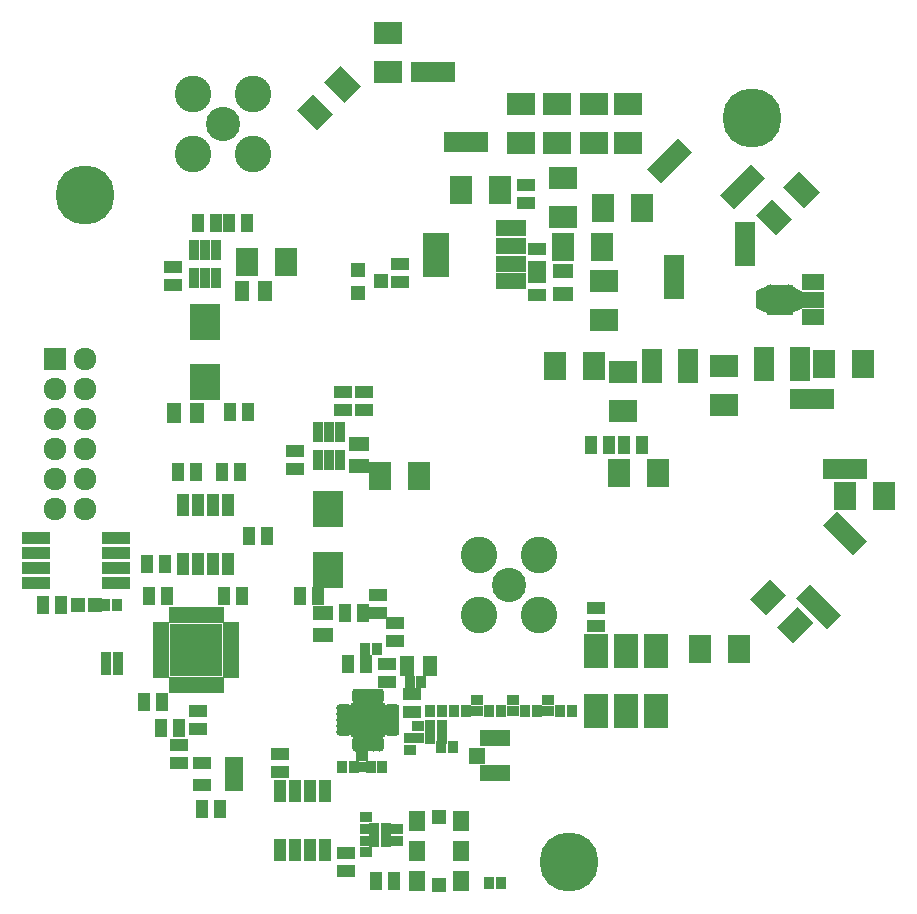
<source format=gts>
G04 #@! TF.FileFunction,Soldermask,Top*
%FSLAX46Y46*%
G04 Gerber Fmt 4.6, Leading zero omitted, Abs format (unit mm)*
G04 Created by KiCad (PCBNEW 4.0.7) date 06/12/18 23:46:00*
%MOMM*%
%LPD*%
G01*
G04 APERTURE LIST*
%ADD10C,0.100000*%
%ADD11R,1.924000X2.432000*%
%ADD12R,0.900000X1.700000*%
%ADD13R,1.000000X0.900000*%
%ADD14R,1.035000X1.543000*%
%ADD15R,1.543000X1.035000*%
%ADD16R,4.400000X4.400000*%
%ADD17C,1.000000*%
%ADD18R,0.650000X1.450000*%
%ADD19R,1.450000X0.650000*%
%ADD20R,1.797000X1.289000*%
%ADD21R,2.432000X1.924000*%
%ADD22R,1.670000X3.700000*%
%ADD23R,1.900000X1.400000*%
%ADD24R,2.200000X1.400000*%
%ADD25R,2.240000X2.600000*%
%ADD26R,1.670000X2.940000*%
%ADD27R,1.000000X1.900000*%
%ADD28R,2.600000X1.400000*%
%ADD29R,2.200000X3.800000*%
%ADD30R,1.924000X1.924000*%
%ADD31C,1.924000*%
%ADD32C,2.900000*%
%ADD33C,3.100000*%
%ADD34R,1.300000X1.200000*%
%ADD35R,2.600000X3.100000*%
%ADD36R,0.900000X1.000000*%
%ADD37R,3.000000X3.000000*%
%ADD38O,1.300000X0.650000*%
%ADD39O,0.650000X1.300000*%
%ADD40R,1.289000X1.797000*%
%ADD41R,3.700000X1.670000*%
%ADD42R,1.197560X1.197560*%
%ADD43R,1.500000X1.000000*%
%ADD44R,1.400000X1.800000*%
%ADD45R,1.200000X1.200000*%
%ADD46R,2.050000X2.940000*%
%ADD47R,2.600000X1.450000*%
%ADD48R,1.450000X1.400000*%
%ADD49R,2.400000X1.000000*%
%ADD50C,5.000000*%
G04 APERTURE END LIST*
D10*
G36*
X181846949Y-125242174D02*
X179230654Y-122625879D01*
X180411523Y-121445010D01*
X183027818Y-124061305D01*
X181846949Y-125242174D01*
X181846949Y-125242174D01*
G37*
G36*
X184088477Y-119054990D02*
X181472182Y-116438695D01*
X182653051Y-115257826D01*
X185269346Y-117874121D01*
X184088477Y-119054990D01*
X184088477Y-119054990D01*
G37*
D11*
X186651000Y-114000000D03*
X183349000Y-114000000D03*
D12*
X138750000Y-108600000D03*
X138750000Y-111000000D03*
X139700000Y-108600000D03*
X139700000Y-111000000D03*
X140650000Y-108600000D03*
X140650000Y-111000000D03*
D13*
X142500000Y-137000000D03*
X142500000Y-136000000D03*
D14*
X132274000Y-122500000D03*
X130750000Y-122500000D03*
D15*
X128600000Y-133724000D03*
X128600000Y-132200000D03*
D14*
X123988000Y-131500000D03*
X125512000Y-131500000D03*
X124476000Y-122500000D03*
X126000000Y-122500000D03*
D16*
X128451185Y-127048815D03*
D17*
X126951185Y-128548815D03*
X128451185Y-128548815D03*
X129951185Y-128548815D03*
X126951185Y-127048815D03*
X128451185Y-127048815D03*
X129951185Y-127048815D03*
X126951185Y-125548815D03*
X128451185Y-125548815D03*
X129951185Y-125548815D03*
D18*
X126451185Y-130023815D03*
X126951185Y-130023815D03*
X127451185Y-130023815D03*
X127951185Y-130023815D03*
X128451185Y-130023815D03*
X128951185Y-130023815D03*
X129451185Y-130023815D03*
X129951185Y-130023815D03*
X130451185Y-130023815D03*
D19*
X131426185Y-129048815D03*
X131426185Y-128548815D03*
X131426185Y-128048815D03*
X131426185Y-127548815D03*
X131426185Y-127048815D03*
X131426185Y-126548815D03*
X131426185Y-126048815D03*
X131426185Y-125548815D03*
X131426185Y-125048815D03*
D18*
X130451185Y-124073815D03*
X129951185Y-124073815D03*
X129451185Y-124073815D03*
X128951185Y-124073815D03*
X128451185Y-124073815D03*
X127951185Y-124073815D03*
X127451185Y-124073815D03*
X126951185Y-124073815D03*
X126451185Y-124073815D03*
D19*
X125476185Y-125048815D03*
X125476185Y-125548815D03*
X125476185Y-126048815D03*
X125476185Y-126548815D03*
X125476185Y-127048815D03*
X125476185Y-127548815D03*
X125476185Y-128048815D03*
X125476185Y-128548815D03*
X125476185Y-129048815D03*
D14*
X125774000Y-119750000D03*
X124250000Y-119750000D03*
D11*
X154200000Y-88100000D03*
X150898000Y-88100000D03*
D15*
X156400000Y-89224000D03*
X156400000Y-87700000D03*
D20*
X159500000Y-94995000D03*
X159500000Y-96900000D03*
D11*
X164200000Y-112100000D03*
X167502000Y-112100000D03*
X162152000Y-103050000D03*
X158850000Y-103050000D03*
D21*
X159500000Y-87100000D03*
X159500000Y-90402000D03*
D11*
X166151000Y-89600000D03*
X162849000Y-89600000D03*
D21*
X173100000Y-102998000D03*
X173100000Y-106300000D03*
D10*
G36*
X176592174Y-87103051D02*
X173975879Y-89719346D01*
X172795010Y-88538477D01*
X175411305Y-85922182D01*
X176592174Y-87103051D01*
X176592174Y-87103051D01*
G37*
G36*
X170404990Y-84861523D02*
X167788695Y-87477818D01*
X166607826Y-86296949D01*
X169224121Y-83680654D01*
X170404990Y-84861523D01*
X170404990Y-84861523D01*
G37*
D22*
X168920000Y-95495000D03*
X174880000Y-92705000D03*
D10*
G36*
X177124500Y-98700000D02*
X175874500Y-98100000D01*
X175874500Y-96700000D01*
X177124500Y-96100000D01*
X177124500Y-98700000D01*
X177124500Y-98700000D01*
G37*
D23*
X180646500Y-98900000D03*
D24*
X180500000Y-97400000D03*
D23*
X180646500Y-95900000D03*
D25*
X177833000Y-97400000D03*
D10*
G36*
X178542700Y-96100000D02*
X179942700Y-96800000D01*
X179942700Y-98000000D01*
X178542700Y-98700000D01*
X178542700Y-96100000D01*
X178542700Y-96100000D01*
G37*
D14*
X134400000Y-117400000D03*
X132876000Y-117400000D03*
D15*
X157300000Y-97024000D03*
X157300000Y-95500000D03*
X157300000Y-93076000D03*
X157300000Y-94600000D03*
D14*
X164676000Y-109700000D03*
X166200000Y-109700000D03*
X161900000Y-109700000D03*
X163424000Y-109700000D03*
D26*
X167052000Y-103050000D03*
X170100000Y-103050000D03*
X176500000Y-102800000D03*
X179548000Y-102800000D03*
D27*
X127345000Y-119750000D03*
X128615000Y-119750000D03*
X129885000Y-119750000D03*
X131155000Y-119750000D03*
X127345000Y-114750000D03*
X128615000Y-114750000D03*
X129885000Y-114750000D03*
X131155000Y-114750000D03*
D28*
X155050000Y-91350000D03*
X155050000Y-94350000D03*
D29*
X148750000Y-93600000D03*
D28*
X155050000Y-92850000D03*
X155050000Y-95850000D03*
D11*
X174401000Y-127000000D03*
X171099000Y-127000000D03*
D10*
G36*
X175292488Y-122762172D02*
X177012172Y-121042488D01*
X178372646Y-122402962D01*
X176652962Y-124122646D01*
X175292488Y-122762172D01*
X175292488Y-122762172D01*
G37*
G36*
X177627354Y-125097038D02*
X179347038Y-123377354D01*
X180707512Y-124737828D01*
X178987828Y-126457512D01*
X177627354Y-125097038D01*
X177627354Y-125097038D01*
G37*
D20*
X139200000Y-123895000D03*
X139200000Y-125800000D03*
D14*
X138762000Y-122500000D03*
X137238000Y-122500000D03*
D15*
X136800000Y-111762000D03*
X136800000Y-110238000D03*
D30*
X116500000Y-102420000D03*
D31*
X119040000Y-102420000D03*
X116500000Y-104960000D03*
X119040000Y-104960000D03*
X116500000Y-107500000D03*
X119040000Y-107500000D03*
X116500000Y-110040000D03*
X119040000Y-110040000D03*
X116500000Y-112580000D03*
X119040000Y-112580000D03*
X116500000Y-115120000D03*
X119040000Y-115120000D03*
D32*
X130700000Y-82500000D03*
D33*
X133240000Y-85040000D03*
X133240000Y-79960000D03*
X128160000Y-79960000D03*
X128160000Y-85040000D03*
D34*
X142100000Y-94900000D03*
X142100000Y-96800000D03*
X144100000Y-95850000D03*
D15*
X142650000Y-105226000D03*
X142650000Y-106750000D03*
X140900000Y-106774000D03*
X140900000Y-105250000D03*
D35*
X139600000Y-120250000D03*
X139600000Y-115150000D03*
D36*
X160250000Y-132250000D03*
X159250000Y-132250000D03*
D13*
X158250000Y-132250000D03*
X158250000Y-131250000D03*
X155250000Y-132250000D03*
X155250000Y-131250000D03*
D36*
X149200000Y-135300000D03*
X150200000Y-135300000D03*
D13*
X152250000Y-132250000D03*
X152250000Y-131250000D03*
D36*
X151250000Y-132250000D03*
X150250000Y-132250000D03*
X149250000Y-133500000D03*
X148250000Y-133500000D03*
D13*
X146500000Y-134500000D03*
X146500000Y-135500000D03*
D15*
X143800000Y-123900000D03*
X143800000Y-122376000D03*
D36*
X157250000Y-132250000D03*
X156250000Y-132250000D03*
X154250000Y-132250000D03*
X153250000Y-132250000D03*
X149250000Y-134500000D03*
X148250000Y-134500000D03*
D13*
X147250000Y-133500000D03*
X147250000Y-134500000D03*
D36*
X149250000Y-132250000D03*
X148250000Y-132250000D03*
D15*
X146750000Y-130750000D03*
X146750000Y-132274000D03*
D14*
X141000000Y-123900000D03*
X142524000Y-123900000D03*
D36*
X142750000Y-127000000D03*
X143750000Y-127000000D03*
D37*
X143000000Y-133000000D03*
D17*
X144000000Y-134000000D03*
X144000000Y-133000000D03*
X144000000Y-132000000D03*
X143000000Y-134000000D03*
X143000000Y-133000000D03*
X143000000Y-132000000D03*
X142000000Y-134000000D03*
X142000000Y-133000000D03*
X142000000Y-132000000D03*
D38*
X145050000Y-134000000D03*
X145050000Y-133500000D03*
X145050000Y-133000000D03*
X145050000Y-132500000D03*
X145050000Y-132000000D03*
D39*
X144000000Y-130950000D03*
X143500000Y-130950000D03*
X143000000Y-130950000D03*
X142500000Y-130950000D03*
X142000000Y-130950000D03*
D38*
X140950000Y-132000000D03*
X140950000Y-132500000D03*
X140950000Y-133000000D03*
X140950000Y-133500000D03*
X140950000Y-134000000D03*
D39*
X142000000Y-135050000D03*
X142500000Y-135050000D03*
X143000000Y-135050000D03*
X143500000Y-135050000D03*
X144000000Y-135050000D03*
D40*
X146295000Y-128400000D03*
X148200000Y-128400000D03*
D15*
X145250000Y-126262000D03*
X145250000Y-124738000D03*
X144600000Y-129724000D03*
X144600000Y-128200000D03*
D36*
X146500000Y-129800000D03*
X147500000Y-129800000D03*
D21*
X163000000Y-99100000D03*
X163000000Y-95798000D03*
D41*
X183395000Y-111730000D03*
X180605000Y-105770000D03*
D11*
X184902000Y-102800000D03*
X181600000Y-102800000D03*
D10*
G36*
X179505261Y-86525055D02*
X181224945Y-88244739D01*
X179864471Y-89605213D01*
X178144787Y-87885529D01*
X179505261Y-86525055D01*
X179505261Y-86525055D01*
G37*
G36*
X177170395Y-88859921D02*
X178890079Y-90579605D01*
X177529605Y-91940079D01*
X175809921Y-90220395D01*
X177170395Y-88859921D01*
X177170395Y-88859921D01*
G37*
D21*
X165000000Y-80798000D03*
X165000000Y-84100000D03*
X162100000Y-80798000D03*
X162100000Y-84100000D03*
X159000000Y-80798000D03*
X159000000Y-84100000D03*
X155900000Y-80800000D03*
X155900000Y-84102000D03*
D41*
X151295000Y-84080000D03*
X148505000Y-78120000D03*
D21*
X144700000Y-74798000D03*
X144700000Y-78100000D03*
D10*
G36*
X138679605Y-83040079D02*
X136959921Y-81320395D01*
X138320395Y-79959921D01*
X140040079Y-81679605D01*
X138679605Y-83040079D01*
X138679605Y-83040079D01*
G37*
G36*
X141014471Y-80705213D02*
X139294787Y-78985529D01*
X140655261Y-77625055D01*
X142374945Y-79344739D01*
X141014471Y-80705213D01*
X141014471Y-80705213D01*
G37*
D14*
X142774000Y-128250000D03*
X141250000Y-128250000D03*
D21*
X164600000Y-106800000D03*
X164600000Y-103498000D03*
D11*
X159498000Y-92900000D03*
X162800000Y-92900000D03*
D15*
X145700000Y-95900000D03*
X145700000Y-94376000D03*
D11*
X144000000Y-112300000D03*
X147302000Y-112300000D03*
D20*
X142200000Y-111505000D03*
X142200000Y-109600000D03*
D40*
X128505000Y-107000000D03*
X126600000Y-107000000D03*
D14*
X131300000Y-106900000D03*
X132824000Y-106900000D03*
D15*
X126500000Y-96162000D03*
X126500000Y-94638000D03*
D14*
X126876000Y-112000000D03*
X128400000Y-112000000D03*
X130600000Y-112000000D03*
X132124000Y-112000000D03*
X128600000Y-90900000D03*
X130124000Y-90900000D03*
X131238000Y-90900000D03*
X132762000Y-90900000D03*
D35*
X129200000Y-104350000D03*
X129200000Y-99250000D03*
D11*
X132698000Y-94200000D03*
X136000000Y-94200000D03*
D40*
X132347500Y-96700000D03*
X134252500Y-96700000D03*
D12*
X128250000Y-93200000D03*
X128250000Y-95600000D03*
X129200000Y-93200000D03*
X129200000Y-95600000D03*
X130150000Y-93200000D03*
X130150000Y-95600000D03*
D15*
X135500000Y-137362000D03*
X135500000Y-135838000D03*
D14*
X128900000Y-140500000D03*
X130424000Y-140500000D03*
D15*
X141100000Y-145800000D03*
X141100000Y-144276000D03*
D36*
X143500000Y-142200000D03*
X144500000Y-142200000D03*
X144500000Y-143200000D03*
X143500000Y-143200000D03*
D14*
X127000000Y-133700000D03*
X125476000Y-133700000D03*
X145200000Y-146600000D03*
X143676000Y-146600000D03*
D42*
X119900000Y-123250000D03*
X118401400Y-123250000D03*
D13*
X142800000Y-143200000D03*
X142800000Y-144200000D03*
X142800000Y-142200000D03*
X142800000Y-141200000D03*
D15*
X127000000Y-136624000D03*
X127000000Y-135100000D03*
D13*
X145400000Y-142200000D03*
X145400000Y-143200000D03*
D36*
X140800000Y-137000000D03*
X141800000Y-137000000D03*
X143200000Y-137000000D03*
X144200000Y-137000000D03*
X120800000Y-127700000D03*
X121800000Y-127700000D03*
X120800000Y-128700000D03*
X121800000Y-128700000D03*
X121750000Y-123250000D03*
X120750000Y-123250000D03*
D27*
X135495000Y-144000000D03*
X136765000Y-144000000D03*
X138035000Y-144000000D03*
X139305000Y-144000000D03*
X135495000Y-139000000D03*
X136765000Y-139000000D03*
X138035000Y-139000000D03*
X139305000Y-139000000D03*
D43*
X128900000Y-138500000D03*
X131600000Y-138500000D03*
X131600000Y-137550000D03*
X128900000Y-136600000D03*
X131600000Y-136600000D03*
D44*
X150850000Y-144100000D03*
X150850000Y-146640000D03*
X150850000Y-141560000D03*
X147150000Y-141560000D03*
X147150000Y-144100000D03*
X147150000Y-146640000D03*
D45*
X149000000Y-146965000D03*
X149000000Y-141235000D03*
D36*
X153250000Y-146750000D03*
X154250000Y-146750000D03*
D15*
X162250000Y-123476000D03*
X162250000Y-125000000D03*
D32*
X154960000Y-121540000D03*
D33*
X152420000Y-119000000D03*
X152420000Y-124080000D03*
X157500000Y-124080000D03*
X157500000Y-119000000D03*
D46*
X167330000Y-127170000D03*
X164790000Y-127170000D03*
X162250000Y-127170000D03*
X162250000Y-132250000D03*
X164790000Y-132250000D03*
X167330000Y-132250000D03*
D47*
X153750000Y-134525000D03*
X153750000Y-137475000D03*
D48*
X152225000Y-136000000D03*
D14*
X117024000Y-123250000D03*
X115500000Y-123250000D03*
D49*
X114875000Y-121405000D03*
X121625000Y-121405000D03*
X114875000Y-120135000D03*
X121625000Y-120135000D03*
X114875000Y-118865000D03*
X121625000Y-118865000D03*
X114875000Y-117595000D03*
X121625000Y-117595000D03*
D50*
X160000000Y-145000000D03*
X175500000Y-82000000D03*
X119000000Y-88500000D03*
M02*

</source>
